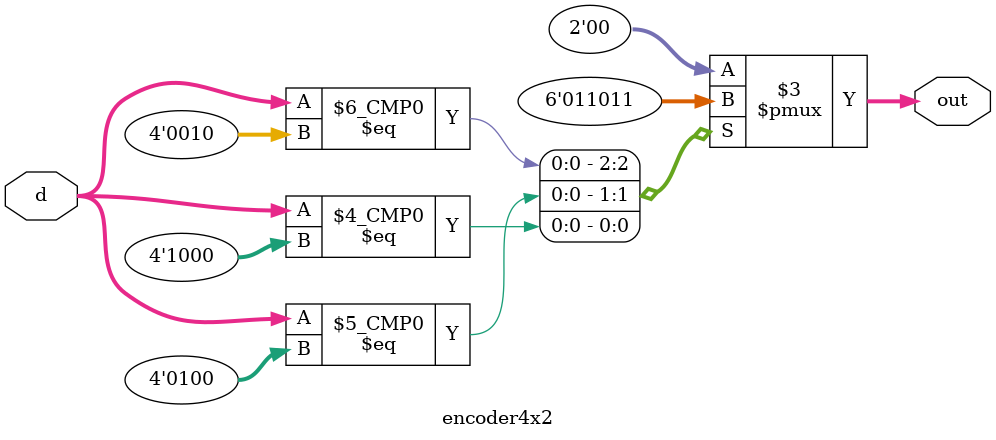
<source format=v>
`timescale 1ns / 1ps


module encoder4x2(
    input  [3:0] d,
    output reg [1:0] out
);

always @(*) begin
    case (d)
        4'b0001: out = 2'b00;
        4'b0010: out = 2'b01;
        4'b0100: out = 2'b10;
        4'b1000: out = 2'b11;
        default: out = 2'b00;   // optional default
    endcase
end

endmodule


</source>
